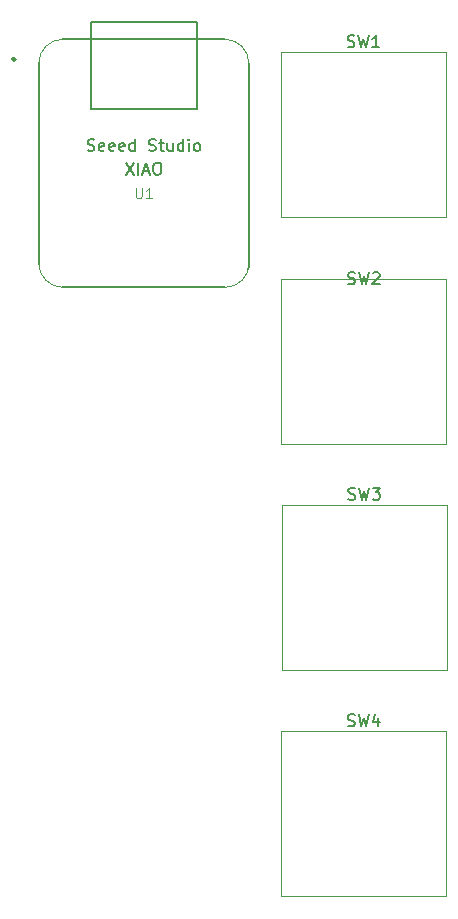
<source format=gbr>
%TF.GenerationSoftware,KiCad,Pcbnew,8.0.6*%
%TF.CreationDate,2024-11-02T08:16:50+08:00*%
%TF.ProjectId,macropad,6d616372-6f70-4616-942e-6b696361645f,rev?*%
%TF.SameCoordinates,Original*%
%TF.FileFunction,Legend,Top*%
%TF.FilePolarity,Positive*%
%FSLAX46Y46*%
G04 Gerber Fmt 4.6, Leading zero omitted, Abs format (unit mm)*
G04 Created by KiCad (PCBNEW 8.0.6) date 2024-11-02 08:16:50*
%MOMM*%
%LPD*%
G01*
G04 APERTURE LIST*
%ADD10C,0.150000*%
%ADD11C,0.101600*%
%ADD12C,0.120000*%
%ADD13C,0.127000*%
%ADD14C,0.254000*%
%ADD15C,0.025400*%
G04 APERTURE END LIST*
D10*
X153100667Y-136631831D02*
X153243524Y-136679450D01*
X153243524Y-136679450D02*
X153481619Y-136679450D01*
X153481619Y-136679450D02*
X153576857Y-136631831D01*
X153576857Y-136631831D02*
X153624476Y-136584211D01*
X153624476Y-136584211D02*
X153672095Y-136488973D01*
X153672095Y-136488973D02*
X153672095Y-136393735D01*
X153672095Y-136393735D02*
X153624476Y-136298497D01*
X153624476Y-136298497D02*
X153576857Y-136250878D01*
X153576857Y-136250878D02*
X153481619Y-136203259D01*
X153481619Y-136203259D02*
X153291143Y-136155640D01*
X153291143Y-136155640D02*
X153195905Y-136108021D01*
X153195905Y-136108021D02*
X153148286Y-136060402D01*
X153148286Y-136060402D02*
X153100667Y-135965164D01*
X153100667Y-135965164D02*
X153100667Y-135869926D01*
X153100667Y-135869926D02*
X153148286Y-135774688D01*
X153148286Y-135774688D02*
X153195905Y-135727069D01*
X153195905Y-135727069D02*
X153291143Y-135679450D01*
X153291143Y-135679450D02*
X153529238Y-135679450D01*
X153529238Y-135679450D02*
X153672095Y-135727069D01*
X154005429Y-135679450D02*
X154243524Y-136679450D01*
X154243524Y-136679450D02*
X154434000Y-135965164D01*
X154434000Y-135965164D02*
X154624476Y-136679450D01*
X154624476Y-136679450D02*
X154862572Y-135679450D01*
X155672095Y-136012783D02*
X155672095Y-136679450D01*
X155434000Y-135631831D02*
X155195905Y-136346116D01*
X155195905Y-136346116D02*
X155814952Y-136346116D01*
X153142667Y-117449301D02*
X153285524Y-117496920D01*
X153285524Y-117496920D02*
X153523619Y-117496920D01*
X153523619Y-117496920D02*
X153618857Y-117449301D01*
X153618857Y-117449301D02*
X153666476Y-117401681D01*
X153666476Y-117401681D02*
X153714095Y-117306443D01*
X153714095Y-117306443D02*
X153714095Y-117211205D01*
X153714095Y-117211205D02*
X153666476Y-117115967D01*
X153666476Y-117115967D02*
X153618857Y-117068348D01*
X153618857Y-117068348D02*
X153523619Y-117020729D01*
X153523619Y-117020729D02*
X153333143Y-116973110D01*
X153333143Y-116973110D02*
X153237905Y-116925491D01*
X153237905Y-116925491D02*
X153190286Y-116877872D01*
X153190286Y-116877872D02*
X153142667Y-116782634D01*
X153142667Y-116782634D02*
X153142667Y-116687396D01*
X153142667Y-116687396D02*
X153190286Y-116592158D01*
X153190286Y-116592158D02*
X153237905Y-116544539D01*
X153237905Y-116544539D02*
X153333143Y-116496920D01*
X153333143Y-116496920D02*
X153571238Y-116496920D01*
X153571238Y-116496920D02*
X153714095Y-116544539D01*
X154047429Y-116496920D02*
X154285524Y-117496920D01*
X154285524Y-117496920D02*
X154476000Y-116782634D01*
X154476000Y-116782634D02*
X154666476Y-117496920D01*
X154666476Y-117496920D02*
X154904572Y-116496920D01*
X155190286Y-116496920D02*
X155809333Y-116496920D01*
X155809333Y-116496920D02*
X155476000Y-116877872D01*
X155476000Y-116877872D02*
X155618857Y-116877872D01*
X155618857Y-116877872D02*
X155714095Y-116925491D01*
X155714095Y-116925491D02*
X155761714Y-116973110D01*
X155761714Y-116973110D02*
X155809333Y-117068348D01*
X155809333Y-117068348D02*
X155809333Y-117306443D01*
X155809333Y-117306443D02*
X155761714Y-117401681D01*
X155761714Y-117401681D02*
X155714095Y-117449301D01*
X155714095Y-117449301D02*
X155618857Y-117496920D01*
X155618857Y-117496920D02*
X155333143Y-117496920D01*
X155333143Y-117496920D02*
X155237905Y-117449301D01*
X155237905Y-117449301D02*
X155190286Y-117401681D01*
X153086667Y-79125730D02*
X153229524Y-79173349D01*
X153229524Y-79173349D02*
X153467619Y-79173349D01*
X153467619Y-79173349D02*
X153562857Y-79125730D01*
X153562857Y-79125730D02*
X153610476Y-79078110D01*
X153610476Y-79078110D02*
X153658095Y-78982872D01*
X153658095Y-78982872D02*
X153658095Y-78887634D01*
X153658095Y-78887634D02*
X153610476Y-78792396D01*
X153610476Y-78792396D02*
X153562857Y-78744777D01*
X153562857Y-78744777D02*
X153467619Y-78697158D01*
X153467619Y-78697158D02*
X153277143Y-78649539D01*
X153277143Y-78649539D02*
X153181905Y-78601920D01*
X153181905Y-78601920D02*
X153134286Y-78554301D01*
X153134286Y-78554301D02*
X153086667Y-78459063D01*
X153086667Y-78459063D02*
X153086667Y-78363825D01*
X153086667Y-78363825D02*
X153134286Y-78268587D01*
X153134286Y-78268587D02*
X153181905Y-78220968D01*
X153181905Y-78220968D02*
X153277143Y-78173349D01*
X153277143Y-78173349D02*
X153515238Y-78173349D01*
X153515238Y-78173349D02*
X153658095Y-78220968D01*
X153991429Y-78173349D02*
X154229524Y-79173349D01*
X154229524Y-79173349D02*
X154420000Y-78459063D01*
X154420000Y-78459063D02*
X154610476Y-79173349D01*
X154610476Y-79173349D02*
X154848572Y-78173349D01*
X155753333Y-79173349D02*
X155181905Y-79173349D01*
X155467619Y-79173349D02*
X155467619Y-78173349D01*
X155467619Y-78173349D02*
X155372381Y-78316206D01*
X155372381Y-78316206D02*
X155277143Y-78411444D01*
X155277143Y-78411444D02*
X155181905Y-78459063D01*
X153126667Y-99196298D02*
X153269524Y-99243917D01*
X153269524Y-99243917D02*
X153507619Y-99243917D01*
X153507619Y-99243917D02*
X153602857Y-99196298D01*
X153602857Y-99196298D02*
X153650476Y-99148678D01*
X153650476Y-99148678D02*
X153698095Y-99053440D01*
X153698095Y-99053440D02*
X153698095Y-98958202D01*
X153698095Y-98958202D02*
X153650476Y-98862964D01*
X153650476Y-98862964D02*
X153602857Y-98815345D01*
X153602857Y-98815345D02*
X153507619Y-98767726D01*
X153507619Y-98767726D02*
X153317143Y-98720107D01*
X153317143Y-98720107D02*
X153221905Y-98672488D01*
X153221905Y-98672488D02*
X153174286Y-98624869D01*
X153174286Y-98624869D02*
X153126667Y-98529631D01*
X153126667Y-98529631D02*
X153126667Y-98434393D01*
X153126667Y-98434393D02*
X153174286Y-98339155D01*
X153174286Y-98339155D02*
X153221905Y-98291536D01*
X153221905Y-98291536D02*
X153317143Y-98243917D01*
X153317143Y-98243917D02*
X153555238Y-98243917D01*
X153555238Y-98243917D02*
X153698095Y-98291536D01*
X154031429Y-98243917D02*
X154269524Y-99243917D01*
X154269524Y-99243917D02*
X154460000Y-98529631D01*
X154460000Y-98529631D02*
X154650476Y-99243917D01*
X154650476Y-99243917D02*
X154888572Y-98243917D01*
X155221905Y-98339155D02*
X155269524Y-98291536D01*
X155269524Y-98291536D02*
X155364762Y-98243917D01*
X155364762Y-98243917D02*
X155602857Y-98243917D01*
X155602857Y-98243917D02*
X155698095Y-98291536D01*
X155698095Y-98291536D02*
X155745714Y-98339155D01*
X155745714Y-98339155D02*
X155793333Y-98434393D01*
X155793333Y-98434393D02*
X155793333Y-98529631D01*
X155793333Y-98529631D02*
X155745714Y-98672488D01*
X155745714Y-98672488D02*
X155174286Y-99243917D01*
X155174286Y-99243917D02*
X155793333Y-99243917D01*
D11*
X135147666Y-91069000D02*
X135147666Y-91788667D01*
X135147666Y-91788667D02*
X135190000Y-91873333D01*
X135190000Y-91873333D02*
X135232333Y-91915667D01*
X135232333Y-91915667D02*
X135317000Y-91958000D01*
X135317000Y-91958000D02*
X135486333Y-91958000D01*
X135486333Y-91958000D02*
X135571000Y-91915667D01*
X135571000Y-91915667D02*
X135613333Y-91873333D01*
X135613333Y-91873333D02*
X135655666Y-91788667D01*
X135655666Y-91788667D02*
X135655666Y-91069000D01*
X136544666Y-91958000D02*
X136036666Y-91958000D01*
X136290666Y-91958000D02*
X136290666Y-91069000D01*
X136290666Y-91069000D02*
X136205999Y-91196000D01*
X136205999Y-91196000D02*
X136121333Y-91280667D01*
X136121333Y-91280667D02*
X136036666Y-91323000D01*
D10*
X131063095Y-87919215D02*
X131205952Y-87966834D01*
X131205952Y-87966834D02*
X131444047Y-87966834D01*
X131444047Y-87966834D02*
X131539285Y-87919215D01*
X131539285Y-87919215D02*
X131586904Y-87871595D01*
X131586904Y-87871595D02*
X131634523Y-87776357D01*
X131634523Y-87776357D02*
X131634523Y-87681119D01*
X131634523Y-87681119D02*
X131586904Y-87585881D01*
X131586904Y-87585881D02*
X131539285Y-87538262D01*
X131539285Y-87538262D02*
X131444047Y-87490643D01*
X131444047Y-87490643D02*
X131253571Y-87443024D01*
X131253571Y-87443024D02*
X131158333Y-87395405D01*
X131158333Y-87395405D02*
X131110714Y-87347786D01*
X131110714Y-87347786D02*
X131063095Y-87252548D01*
X131063095Y-87252548D02*
X131063095Y-87157310D01*
X131063095Y-87157310D02*
X131110714Y-87062072D01*
X131110714Y-87062072D02*
X131158333Y-87014453D01*
X131158333Y-87014453D02*
X131253571Y-86966834D01*
X131253571Y-86966834D02*
X131491666Y-86966834D01*
X131491666Y-86966834D02*
X131634523Y-87014453D01*
X132444047Y-87919215D02*
X132348809Y-87966834D01*
X132348809Y-87966834D02*
X132158333Y-87966834D01*
X132158333Y-87966834D02*
X132063095Y-87919215D01*
X132063095Y-87919215D02*
X132015476Y-87823976D01*
X132015476Y-87823976D02*
X132015476Y-87443024D01*
X132015476Y-87443024D02*
X132063095Y-87347786D01*
X132063095Y-87347786D02*
X132158333Y-87300167D01*
X132158333Y-87300167D02*
X132348809Y-87300167D01*
X132348809Y-87300167D02*
X132444047Y-87347786D01*
X132444047Y-87347786D02*
X132491666Y-87443024D01*
X132491666Y-87443024D02*
X132491666Y-87538262D01*
X132491666Y-87538262D02*
X132015476Y-87633500D01*
X133301190Y-87919215D02*
X133205952Y-87966834D01*
X133205952Y-87966834D02*
X133015476Y-87966834D01*
X133015476Y-87966834D02*
X132920238Y-87919215D01*
X132920238Y-87919215D02*
X132872619Y-87823976D01*
X132872619Y-87823976D02*
X132872619Y-87443024D01*
X132872619Y-87443024D02*
X132920238Y-87347786D01*
X132920238Y-87347786D02*
X133015476Y-87300167D01*
X133015476Y-87300167D02*
X133205952Y-87300167D01*
X133205952Y-87300167D02*
X133301190Y-87347786D01*
X133301190Y-87347786D02*
X133348809Y-87443024D01*
X133348809Y-87443024D02*
X133348809Y-87538262D01*
X133348809Y-87538262D02*
X132872619Y-87633500D01*
X134158333Y-87919215D02*
X134063095Y-87966834D01*
X134063095Y-87966834D02*
X133872619Y-87966834D01*
X133872619Y-87966834D02*
X133777381Y-87919215D01*
X133777381Y-87919215D02*
X133729762Y-87823976D01*
X133729762Y-87823976D02*
X133729762Y-87443024D01*
X133729762Y-87443024D02*
X133777381Y-87347786D01*
X133777381Y-87347786D02*
X133872619Y-87300167D01*
X133872619Y-87300167D02*
X134063095Y-87300167D01*
X134063095Y-87300167D02*
X134158333Y-87347786D01*
X134158333Y-87347786D02*
X134205952Y-87443024D01*
X134205952Y-87443024D02*
X134205952Y-87538262D01*
X134205952Y-87538262D02*
X133729762Y-87633500D01*
X135063095Y-87966834D02*
X135063095Y-86966834D01*
X135063095Y-87919215D02*
X134967857Y-87966834D01*
X134967857Y-87966834D02*
X134777381Y-87966834D01*
X134777381Y-87966834D02*
X134682143Y-87919215D01*
X134682143Y-87919215D02*
X134634524Y-87871595D01*
X134634524Y-87871595D02*
X134586905Y-87776357D01*
X134586905Y-87776357D02*
X134586905Y-87490643D01*
X134586905Y-87490643D02*
X134634524Y-87395405D01*
X134634524Y-87395405D02*
X134682143Y-87347786D01*
X134682143Y-87347786D02*
X134777381Y-87300167D01*
X134777381Y-87300167D02*
X134967857Y-87300167D01*
X134967857Y-87300167D02*
X135063095Y-87347786D01*
X136253572Y-87919215D02*
X136396429Y-87966834D01*
X136396429Y-87966834D02*
X136634524Y-87966834D01*
X136634524Y-87966834D02*
X136729762Y-87919215D01*
X136729762Y-87919215D02*
X136777381Y-87871595D01*
X136777381Y-87871595D02*
X136825000Y-87776357D01*
X136825000Y-87776357D02*
X136825000Y-87681119D01*
X136825000Y-87681119D02*
X136777381Y-87585881D01*
X136777381Y-87585881D02*
X136729762Y-87538262D01*
X136729762Y-87538262D02*
X136634524Y-87490643D01*
X136634524Y-87490643D02*
X136444048Y-87443024D01*
X136444048Y-87443024D02*
X136348810Y-87395405D01*
X136348810Y-87395405D02*
X136301191Y-87347786D01*
X136301191Y-87347786D02*
X136253572Y-87252548D01*
X136253572Y-87252548D02*
X136253572Y-87157310D01*
X136253572Y-87157310D02*
X136301191Y-87062072D01*
X136301191Y-87062072D02*
X136348810Y-87014453D01*
X136348810Y-87014453D02*
X136444048Y-86966834D01*
X136444048Y-86966834D02*
X136682143Y-86966834D01*
X136682143Y-86966834D02*
X136825000Y-87014453D01*
X137110715Y-87300167D02*
X137491667Y-87300167D01*
X137253572Y-86966834D02*
X137253572Y-87823976D01*
X137253572Y-87823976D02*
X137301191Y-87919215D01*
X137301191Y-87919215D02*
X137396429Y-87966834D01*
X137396429Y-87966834D02*
X137491667Y-87966834D01*
X138253572Y-87300167D02*
X138253572Y-87966834D01*
X137825001Y-87300167D02*
X137825001Y-87823976D01*
X137825001Y-87823976D02*
X137872620Y-87919215D01*
X137872620Y-87919215D02*
X137967858Y-87966834D01*
X137967858Y-87966834D02*
X138110715Y-87966834D01*
X138110715Y-87966834D02*
X138205953Y-87919215D01*
X138205953Y-87919215D02*
X138253572Y-87871595D01*
X139158334Y-87966834D02*
X139158334Y-86966834D01*
X139158334Y-87919215D02*
X139063096Y-87966834D01*
X139063096Y-87966834D02*
X138872620Y-87966834D01*
X138872620Y-87966834D02*
X138777382Y-87919215D01*
X138777382Y-87919215D02*
X138729763Y-87871595D01*
X138729763Y-87871595D02*
X138682144Y-87776357D01*
X138682144Y-87776357D02*
X138682144Y-87490643D01*
X138682144Y-87490643D02*
X138729763Y-87395405D01*
X138729763Y-87395405D02*
X138777382Y-87347786D01*
X138777382Y-87347786D02*
X138872620Y-87300167D01*
X138872620Y-87300167D02*
X139063096Y-87300167D01*
X139063096Y-87300167D02*
X139158334Y-87347786D01*
X139634525Y-87966834D02*
X139634525Y-87300167D01*
X139634525Y-86966834D02*
X139586906Y-87014453D01*
X139586906Y-87014453D02*
X139634525Y-87062072D01*
X139634525Y-87062072D02*
X139682144Y-87014453D01*
X139682144Y-87014453D02*
X139634525Y-86966834D01*
X139634525Y-86966834D02*
X139634525Y-87062072D01*
X140253572Y-87966834D02*
X140158334Y-87919215D01*
X140158334Y-87919215D02*
X140110715Y-87871595D01*
X140110715Y-87871595D02*
X140063096Y-87776357D01*
X140063096Y-87776357D02*
X140063096Y-87490643D01*
X140063096Y-87490643D02*
X140110715Y-87395405D01*
X140110715Y-87395405D02*
X140158334Y-87347786D01*
X140158334Y-87347786D02*
X140253572Y-87300167D01*
X140253572Y-87300167D02*
X140396429Y-87300167D01*
X140396429Y-87300167D02*
X140491667Y-87347786D01*
X140491667Y-87347786D02*
X140539286Y-87395405D01*
X140539286Y-87395405D02*
X140586905Y-87490643D01*
X140586905Y-87490643D02*
X140586905Y-87776357D01*
X140586905Y-87776357D02*
X140539286Y-87871595D01*
X140539286Y-87871595D02*
X140491667Y-87919215D01*
X140491667Y-87919215D02*
X140396429Y-87966834D01*
X140396429Y-87966834D02*
X140253572Y-87966834D01*
X134301191Y-88966834D02*
X134967857Y-89966834D01*
X134967857Y-88966834D02*
X134301191Y-89966834D01*
X135348810Y-89966834D02*
X135348810Y-88966834D01*
X135777381Y-89681119D02*
X136253571Y-89681119D01*
X135682143Y-89966834D02*
X136015476Y-88966834D01*
X136015476Y-88966834D02*
X136348809Y-89966834D01*
X136872619Y-88966834D02*
X137063095Y-88966834D01*
X137063095Y-88966834D02*
X137158333Y-89014453D01*
X137158333Y-89014453D02*
X137253571Y-89109691D01*
X137253571Y-89109691D02*
X137301190Y-89300167D01*
X137301190Y-89300167D02*
X137301190Y-89633500D01*
X137301190Y-89633500D02*
X137253571Y-89823976D01*
X137253571Y-89823976D02*
X137158333Y-89919215D01*
X137158333Y-89919215D02*
X137063095Y-89966834D01*
X137063095Y-89966834D02*
X136872619Y-89966834D01*
X136872619Y-89966834D02*
X136777381Y-89919215D01*
X136777381Y-89919215D02*
X136682143Y-89823976D01*
X136682143Y-89823976D02*
X136634524Y-89633500D01*
X136634524Y-89633500D02*
X136634524Y-89300167D01*
X136634524Y-89300167D02*
X136682143Y-89109691D01*
X136682143Y-89109691D02*
X136777381Y-89014453D01*
X136777381Y-89014453D02*
X136872619Y-88966834D01*
D12*
%TO.C,SW4*%
X147449000Y-137113631D02*
X161419000Y-137113631D01*
X147449000Y-151083631D02*
X147449000Y-137113631D01*
X161419000Y-137113631D02*
X161419000Y-151083631D01*
X161419000Y-151083631D02*
X147449000Y-151083631D01*
%TO.C,SW3*%
X147491000Y-117931101D02*
X161461000Y-117931101D01*
X147491000Y-131901101D02*
X147491000Y-117931101D01*
X161461000Y-117931101D02*
X161461000Y-131901101D01*
X161461000Y-131901101D02*
X147491000Y-131901101D01*
%TO.C,SW1*%
X147435000Y-79607530D02*
X161405000Y-79607530D01*
X147435000Y-93577530D02*
X147435000Y-79607530D01*
X161405000Y-79607530D02*
X161405000Y-93577530D01*
X161405000Y-93577530D02*
X147435000Y-93577530D01*
%TO.C,SW2*%
X147475000Y-98789098D02*
X161445000Y-98789098D01*
X147475000Y-112759098D02*
X147475000Y-98789098D01*
X161445000Y-98789098D02*
X161445000Y-112759098D01*
X161445000Y-112759098D02*
X147475000Y-112759098D01*
D13*
%TO.C,U1*%
X126925000Y-80512015D02*
X126925000Y-97512015D01*
X128925000Y-99512015D02*
X142725000Y-99512015D01*
X131325000Y-77087985D02*
X140325000Y-77087985D01*
X131325000Y-84441285D02*
X131325000Y-77087985D01*
X140325000Y-77087985D02*
X140325000Y-84441285D01*
X140325000Y-84441285D02*
X131325000Y-84441285D01*
X142725000Y-78512925D02*
X128925000Y-78512925D01*
X144725000Y-97512015D02*
X144725000Y-80512015D01*
D12*
X126925000Y-80512015D02*
G75*
G02*
X128925000Y-78512015I2044612J-44612D01*
G01*
X128925000Y-99512015D02*
G75*
G02*
X126925000Y-97512015I44857J2044857D01*
G01*
X142725000Y-78512015D02*
G75*
G02*
X144725000Y-80512015I-44600J-2044600D01*
G01*
X144725000Y-97512015D02*
G75*
G02*
X142725000Y-99512015I-2000000J0D01*
G01*
D14*
X124952000Y-80212015D02*
G75*
G02*
X124698000Y-80212015I-127000J0D01*
G01*
X124698000Y-80212015D02*
G75*
G02*
X124952000Y-80212015I127000J0D01*
G01*
D15*
X126937285Y-80450310D02*
X126940333Y-80401542D01*
X126944397Y-80352521D01*
X126937285Y-80450310D01*
X144712713Y-97582865D02*
X144709665Y-97631633D01*
X144705601Y-97680654D01*
X144700268Y-97729422D01*
X144693664Y-97778190D01*
X144686044Y-97826705D01*
X144677153Y-97874965D01*
X144667248Y-97922970D01*
X144714492Y-97533589D01*
X144712713Y-97582865D01*
%TD*%
M02*

</source>
